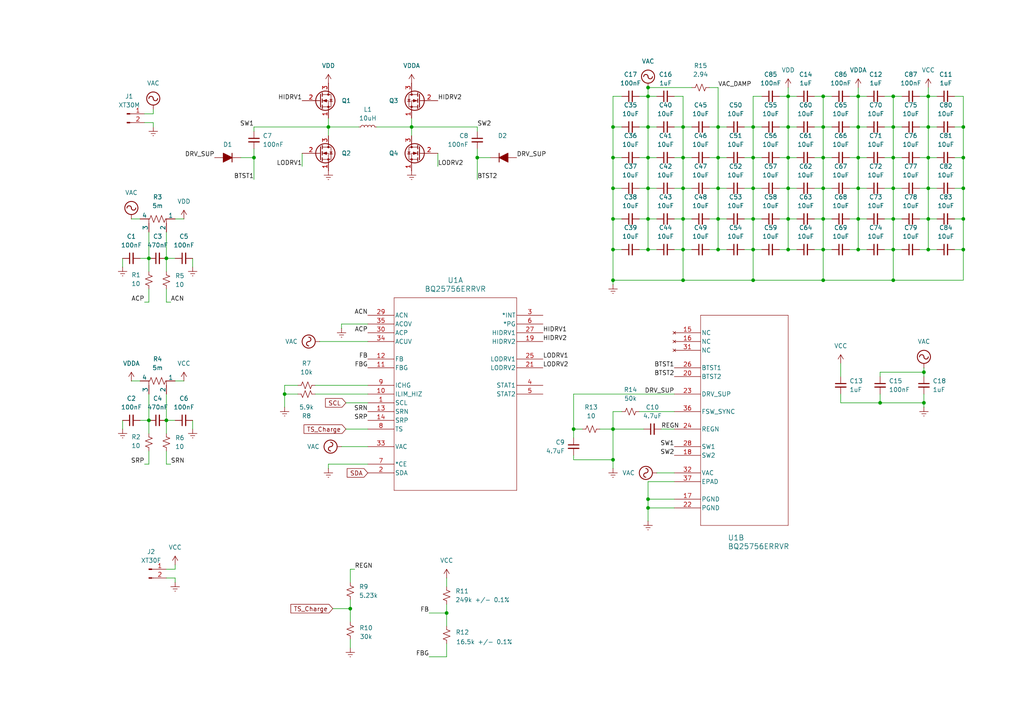
<source format=kicad_sch>
(kicad_sch (version 20250114) (generator "eeschema") (generator_version "9.0")
  (paper "A4")
  (junction (at 218.44 81.28))
  (junction (at 238.76 63.5))
  (junction (at 198.12 54.61))
  (junction (at 187.96 45.72))
  (junction (at 255.27 116.84))
  (junction (at 198.12 36.83))
  (junction (at 248.92 72.39))
  (junction (at 208.28 45.72))
  (junction (at 82.55 114.3))
  (junction (at 218.44 72.39))
  (junction (at 166.37 124.46))
  (junction (at 119.38 36.83))
  (junction (at 187.96 27.94))
  (junction (at 259.08 81.28))
  (junction (at 269.24 72.39))
  (junction (at 228.6 45.72))
  (junction (at 269.24 27.94))
  (junction (at 177.8 36.83))
  (junction (at 248.92 63.5))
  (junction (at 177.8 133.35))
  (junction (at 228.6 63.5))
  (junction (at 269.24 54.61))
  (junction (at 279.4 63.5))
  (junction (at 95.25 36.83))
  (junction (at 218.44 54.61))
  (junction (at 198.12 63.5))
  (junction (at 177.8 54.61))
  (junction (at 279.4 45.72))
  (junction (at 269.24 36.83))
  (junction (at 279.4 72.39))
  (junction (at 238.76 81.28))
  (junction (at 228.6 72.39))
  (junction (at 267.97 107.95))
  (junction (at 187.96 54.61))
  (junction (at 198.12 45.72))
  (junction (at 187.96 25.4))
  (junction (at 269.24 63.5))
  (junction (at 208.28 36.83))
  (junction (at 177.8 63.5))
  (junction (at 279.4 36.83))
  (junction (at 259.08 63.5))
  (junction (at 138.43 45.72))
  (junction (at 218.44 45.72))
  (junction (at 187.96 63.5))
  (junction (at 48.26 121.92))
  (junction (at 259.08 72.39))
  (junction (at 129.54 177.8))
  (junction (at 259.08 27.94))
  (junction (at 238.76 27.94))
  (junction (at 218.44 63.5))
  (junction (at 208.28 72.39))
  (junction (at 73.66 45.72))
  (junction (at 269.24 45.72))
  (junction (at 248.92 27.94))
  (junction (at 238.76 36.83))
  (junction (at 267.97 116.84))
  (junction (at 198.12 81.28))
  (junction (at 187.96 147.32))
  (junction (at 259.08 45.72))
  (junction (at 198.12 72.39))
  (junction (at 248.92 45.72))
  (junction (at 177.8 81.28))
  (junction (at 48.26 74.93))
  (junction (at 177.8 45.72))
  (junction (at 187.96 144.78))
  (junction (at 208.28 54.61))
  (junction (at 187.96 72.39))
  (junction (at 43.18 121.92))
  (junction (at 248.92 54.61))
  (junction (at 259.08 54.61))
  (junction (at 259.08 36.83))
  (junction (at 228.6 27.94))
  (junction (at 208.28 63.5))
  (junction (at 177.8 124.46))
  (junction (at 101.6 176.53))
  (junction (at 238.76 54.61))
  (junction (at 177.8 72.39))
  (junction (at 238.76 45.72))
  (junction (at 238.76 72.39))
  (junction (at 43.18 74.93))
  (junction (at 248.92 36.83))
  (junction (at 228.6 36.83))
  (junction (at 187.96 36.83))
  (junction (at 218.44 36.83))
  (junction (at 279.4 54.61))
  (junction (at 228.6 54.61))
  (wire (pts (xy 177.8 63.5) (xy 177.8 72.39)))
  (wire (pts (xy 198.12 72.39) (xy 195.58 72.39)))
  (wire (pts (xy 100.33 116.84) (xy 106.68 116.84)))
  (wire (pts (xy 198.12 54.61) (xy 200.66 54.61)))
  (wire (pts (xy 259.08 63.5) (xy 259.08 72.39)))
  (wire (pts (xy 208.28 63.5) (xy 205.74 63.5)))
  (wire (pts (xy 195.58 54.61) (xy 198.12 54.61)))
  (wire (pts (xy 177.8 45.72) (xy 177.8 54.61)))
  (wire (pts (xy 41.91 134.62) (xy 43.18 134.62)))
  (wire (pts (xy 208.28 45.72) (xy 205.74 45.72)))
  (wire (pts (xy 187.96 144.78) (xy 187.96 139.7)))
  (wire (pts (xy 228.6 63.5) (xy 226.06 63.5)))
  (wire (pts (xy 177.8 27.94) (xy 177.8 36.83)))
  (wire (pts (xy 44.45 33.02) (xy 44.45 31.75)))
  (wire (pts (xy 187.96 72.39) (xy 190.5 72.39)))
  (wire (pts (xy 48.26 114.3) (xy 48.26 121.92)))
  (wire (pts (xy 279.4 27.94) (xy 276.86 27.94)))
  (wire (pts (xy 279.4 54.61) (xy 279.4 63.5)))
  (wire (pts (xy 73.66 38.1) (xy 73.66 36.83)))
  (wire (pts (xy 198.12 81.28) (xy 218.44 81.28)))
  (wire (pts (xy 48.26 83.82) (xy 48.26 87.63)))
  (wire (pts (xy 35.56 121.92) (xy 35.56 124.46)))
  (wire (pts (xy 238.76 72.39) (xy 236.22 72.39)))
  (wire (pts (xy 48.26 74.93) (xy 50.8 74.93)))
  (wire (pts (xy 259.08 63.5) (xy 261.62 63.5)))
  (wire (pts (xy 243.84 116.84) (xy 255.27 116.84)))
  (wire (pts (xy 95.25 134.62) (xy 106.68 134.62)))
  (wire (pts (xy 269.24 63.5) (xy 269.24 72.39)))
  (wire (pts (xy 208.28 72.39) (xy 205.74 72.39)))
  (wire (pts (xy 180.34 27.94) (xy 177.8 27.94)))
  (wire (pts (xy 198.12 45.72) (xy 198.12 54.61)))
  (wire (pts (xy 187.96 72.39) (xy 185.42 72.39)))
  (wire (pts (xy 279.4 36.83) (xy 279.4 45.72)))
  (wire (pts (xy 95.25 36.83) (xy 95.25 39.37)))
  (wire (pts (xy 228.6 54.61) (xy 231.14 54.61)))
  (wire (pts (xy 95.25 34.29) (xy 95.25 36.83)))
  (wire (pts (xy 73.66 36.83) (xy 95.25 36.83)))
  (wire (pts (xy 91.44 111.76) (xy 106.68 111.76)))
  (wire (pts (xy 238.76 63.5) (xy 241.3 63.5)))
  (wire (pts (xy 50.8 167.64) (xy 48.26 167.64)))
  (wire (pts (xy 259.08 36.83) (xy 259.08 45.72)))
  (wire (pts (xy 129.54 177.8) (xy 129.54 181.61)))
  (wire (pts (xy 198.12 72.39) (xy 200.66 72.39)))
  (wire (pts (xy 238.76 36.83) (xy 241.3 36.83)))
  (wire (pts (xy 208.28 63.5) (xy 210.82 63.5)))
  (wire (pts (xy 236.22 27.94) (xy 238.76 27.94)))
  (wire (pts (xy 198.12 45.72) (xy 195.58 45.72)))
  (wire (pts (xy 190.5 137.16) (xy 195.58 137.16)))
  (wire (pts (xy 218.44 45.72) (xy 220.98 45.72)))
  (wire (pts (xy 138.43 45.72) (xy 138.43 43.18)))
  (wire (pts (xy 269.24 63.5) (xy 266.7 63.5)))
  (wire (pts (xy 208.28 45.72) (xy 210.82 45.72)))
  (wire (pts (xy 198.12 36.83) (xy 195.58 36.83)))
  (wire (pts (xy 238.76 36.83) (xy 238.76 45.72)))
  (wire (pts (xy 50.8 165.1) (xy 50.8 163.83)))
  (wire (pts (xy 267.97 107.95) (xy 267.97 109.22)))
  (wire (pts (xy 208.28 36.83) (xy 205.74 36.83)))
  (wire (pts (xy 208.28 63.5) (xy 208.28 72.39)))
  (wire (pts (xy 177.8 54.61) (xy 177.8 63.5)))
  (wire (pts (xy 246.38 27.94) (xy 248.92 27.94)))
  (wire (pts (xy 269.24 45.72) (xy 271.78 45.72)))
  (wire (pts (xy 95.25 36.83) (xy 104.14 36.83)))
  (wire (pts (xy 177.8 54.61) (xy 180.34 54.61)))
  (wire (pts (xy 119.38 36.83) (xy 119.38 39.37)))
  (wire (pts (xy 48.26 130.81) (xy 48.26 134.62)))
  (wire (pts (xy 208.28 45.72) (xy 208.28 54.61)))
  (wire (pts (xy 138.43 45.72) (xy 142.24 45.72)))
  (wire (pts (xy 177.8 36.83) (xy 177.8 45.72)))
  (wire (pts (xy 101.6 173.99) (xy 101.6 176.53)))
  (wire (pts (xy 215.9 63.5) (xy 218.44 63.5)))
  (wire (pts (xy 129.54 167.64) (xy 129.54 170.18)))
  (wire (pts (xy 218.44 72.39) (xy 218.44 81.28)))
  (wire (pts (xy 43.18 67.31) (xy 43.18 74.93)))
  (wire (pts (xy 228.6 36.83) (xy 231.14 36.83)))
  (wire (pts (xy 129.54 175.26) (xy 129.54 177.8)))
  (wire (pts (xy 208.28 36.83) (xy 210.82 36.83)))
  (wire (pts (xy 185.42 119.38) (xy 195.58 119.38)))
  (wire (pts (xy 248.92 45.72) (xy 248.92 54.61)))
  (wire (pts (xy 208.28 54.61) (xy 210.82 54.61)))
  (wire (pts (xy 198.12 45.72) (xy 200.66 45.72)))
  (wire (pts (xy 259.08 81.28) (xy 279.4 81.28)))
  (wire (pts (xy 269.24 36.83) (xy 266.7 36.83)))
  (wire (pts (xy 248.92 54.61) (xy 251.46 54.61)))
  (wire (pts (xy 187.96 54.61) (xy 187.96 63.5)))
  (wire (pts (xy 255.27 116.84) (xy 267.97 116.84)))
  (wire (pts (xy 101.6 165.1) (xy 101.6 168.91)))
  (wire (pts (xy 269.24 54.61) (xy 266.7 54.61)))
  (wire (pts (xy 195.58 27.94) (xy 198.12 27.94)))
  (wire (pts (xy 238.76 45.72) (xy 238.76 54.61)))
  (wire (pts (xy 48.26 87.63) (xy 49.53 87.63)))
  (wire (pts (xy 259.08 36.83) (xy 256.54 36.83)))
  (wire (pts (xy 218.44 63.5) (xy 220.98 63.5)))
  (wire (pts (xy 248.92 72.39) (xy 246.38 72.39)))
  (wire (pts (xy 256.54 72.39) (xy 259.08 72.39)))
  (wire (pts (xy 269.24 72.39) (xy 271.78 72.39)))
  (wire (pts (xy 267.97 106.68) (xy 267.97 107.95)))
  (wire (pts (xy 50.8 110.49) (xy 53.34 110.49)))
  (wire (pts (xy 238.76 72.39) (xy 238.76 81.28)))
  (wire (pts (xy 187.96 147.32) (xy 195.58 147.32)))
  (wire (pts (xy 267.97 114.3) (xy 267.97 116.84)))
  (wire (pts (xy 228.6 45.72) (xy 231.14 45.72)))
  (wire (pts (xy 236.22 36.83) (xy 238.76 36.83)))
  (wire (pts (xy 259.08 54.61) (xy 259.08 63.5)))
  (wire (pts (xy 238.76 54.61) (xy 241.3 54.61)))
  (wire (pts (xy 238.76 45.72) (xy 241.3 45.72)))
  (wire (pts (xy 99.06 95.25) (xy 99.06 93.98)))
  (wire (pts (xy 195.58 63.5) (xy 198.12 63.5)))
  (wire (pts (xy 269.24 27.94) (xy 269.24 36.83)))
  (wire (pts (xy 55.88 121.92) (xy 55.88 124.46)))
  (wire (pts (xy 210.82 72.39) (xy 208.28 72.39)))
  (wire (pts (xy 228.6 27.94) (xy 228.6 36.83)))
  (wire (pts (xy 101.6 176.53) (xy 96.52 176.53)))
  (wire (pts (xy 119.38 36.83) (xy 109.22 36.83)))
  (wire (pts (xy 187.96 36.83) (xy 190.5 36.83)))
  (wire (pts (xy 187.96 147.32) (xy 187.96 144.78)))
  (wire (pts (xy 279.4 72.39) (xy 276.86 72.39)))
  (wire (pts (xy 259.08 72.39) (xy 259.08 81.28)))
  (wire (pts (xy 279.4 63.5) (xy 276.86 63.5)))
  (wire (pts (xy 43.18 74.93) (xy 43.18 78.74)))
  (wire (pts (xy 228.6 45.72) (xy 226.06 45.72)))
  (wire (pts (xy 129.54 190.5) (xy 129.54 186.69)))
  (wire (pts (xy 259.08 72.39) (xy 261.62 72.39)))
  (wire (pts (xy 261.62 27.94) (xy 259.08 27.94)))
  (wire (pts (xy 198.12 27.94) (xy 198.12 36.83)))
  (wire (pts (xy 99.06 93.98) (xy 106.68 93.98)))
  (wire (pts (xy 82.55 118.11) (xy 82.55 114.3)))
  (wire (pts (xy 267.97 116.84) (xy 267.97 118.11)))
  (wire (pts (xy 269.24 45.72) (xy 266.7 45.72)))
  (wire (pts (xy 238.76 54.61) (xy 238.76 63.5)))
  (wire (pts (xy 218.44 72.39) (xy 215.9 72.39)))
  (wire (pts (xy 92.71 99.06) (xy 106.68 99.06)))
  (wire (pts (xy 187.96 25.4) (xy 200.66 25.4)))
  (wire (pts (xy 269.24 45.72) (xy 269.24 54.61)))
  (wire (pts (xy 251.46 72.39) (xy 248.92 72.39)))
  (wire (pts (xy 256.54 45.72) (xy 259.08 45.72)))
  (wire (pts (xy 43.18 114.3) (xy 43.18 121.92)))
  (wire (pts (xy 215.9 36.83) (xy 218.44 36.83)))
  (wire (pts (xy 218.44 54.61) (xy 215.9 54.61)))
  (wire (pts (xy 259.08 54.61) (xy 261.62 54.61)))
  (wire (pts (xy 48.26 121.92) (xy 50.8 121.92)))
  (wire (pts (xy 91.44 114.3) (xy 106.68 114.3)))
  (wire (pts (xy 218.44 36.83) (xy 218.44 45.72)))
  (wire (pts (xy 87.63 48.26) (xy 87.63 44.45)))
  (wire (pts (xy 208.28 25.4) (xy 205.74 25.4)))
  (wire (pts (xy 100.33 124.46) (xy 106.68 124.46)))
  (wire (pts (xy 168.91 124.46) (xy 166.37 124.46)))
  (wire (pts (xy 173.99 124.46) (xy 177.8 124.46)))
  (wire (pts (xy 177.8 36.83) (xy 180.34 36.83)))
  (wire (pts (xy 187.96 36.83) (xy 185.42 36.83)))
  (wire (pts (xy 101.6 185.42) (xy 101.6 187.96)))
  (wire (pts (xy 218.44 81.28) (xy 238.76 81.28)))
  (wire (pts (xy 238.76 81.28) (xy 259.08 81.28)))
  (wire (pts (xy 218.44 63.5) (xy 218.44 72.39)))
  (wire (pts (xy 124.46 190.5) (xy 129.54 190.5)))
  (wire (pts (xy 187.96 63.5) (xy 190.5 63.5)))
  (wire (pts (xy 243.84 114.3) (xy 243.84 116.84)))
  (wire (pts (xy 177.8 135.89) (xy 177.8 133.35)))
  (wire (pts (xy 269.24 54.61) (xy 269.24 63.5)))
  (wire (pts (xy 73.66 45.72) (xy 69.85 45.72)))
  (wire (pts (xy 259.08 27.94) (xy 259.08 36.83)))
  (wire (pts (xy 102.87 165.1) (xy 101.6 165.1)))
  (wire (pts (xy 228.6 72.39) (xy 226.06 72.39)))
  (wire (pts (xy 279.4 54.61) (xy 276.86 54.61)))
  (wire (pts (xy 248.92 54.61) (xy 248.92 63.5)))
  (wire (pts (xy 138.43 52.07) (xy 138.43 45.72)))
  (wire (pts (xy 48.26 134.62) (xy 49.53 134.62)))
  (wire (pts (xy 187.96 36.83) (xy 187.96 45.72)))
  (wire (pts (xy 82.55 111.76) (xy 82.55 114.3)))
  (wire (pts (xy 166.37 133.35) (xy 177.8 133.35)))
  (wire (pts (xy 269.24 25.4) (xy 269.24 27.94)))
  (wire (pts (xy 187.96 54.61) (xy 185.42 54.61)))
  (wire (pts (xy 187.96 151.13) (xy 187.96 147.32)))
  (wire (pts (xy 44.45 35.56) (xy 41.91 35.56)))
  (wire (pts (xy 124.46 177.8) (xy 129.54 177.8)))
  (wire (pts (xy 248.92 45.72) (xy 251.46 45.72)))
  (wire (pts (xy 255.27 107.95) (xy 267.97 107.95)))
  (wire (pts (xy 40.64 74.93) (xy 43.18 74.93)))
  (wire (pts (xy 41.91 33.02) (xy 44.45 33.02)))
  (wire (pts (xy 248.92 25.4) (xy 248.92 27.94)))
  (wire (pts (xy 44.45 36.83) (xy 44.45 35.56)))
  (wire (pts (xy 228.6 63.5) (xy 228.6 72.39)))
  (wire (pts (xy 187.96 25.4) (xy 187.96 27.94)))
  (wire (pts (xy 279.4 63.5) (xy 279.4 72.39)))
  (wire (pts (xy 73.66 45.72) (xy 73.66 52.07)))
  (wire (pts (xy 259.08 45.72) (xy 259.08 54.61)))
  (wire (pts (xy 82.55 114.3) (xy 86.36 114.3)))
  (wire (pts (xy 138.43 38.1) (xy 138.43 36.83)))
  (wire (pts (xy 185.42 27.94) (xy 187.96 27.94)))
  (wire (pts (xy 55.88 74.93) (xy 55.88 77.47)))
  (wire (pts (xy 101.6 180.34) (xy 101.6 176.53)))
  (wire (pts (xy 198.12 72.39) (xy 198.12 81.28)))
  (wire (pts (xy 48.26 121.92) (xy 48.26 125.73)))
  (wire (pts (xy 187.96 54.61) (xy 190.5 54.61)))
  (wire (pts (xy 198.12 54.61) (xy 198.12 63.5)))
  (wire (pts (xy 228.6 27.94) (xy 231.14 27.94)))
  (wire (pts (xy 269.24 63.5) (xy 271.78 63.5)))
  (wire (pts (xy 48.26 74.93) (xy 48.26 78.74)))
  (wire (pts (xy 218.44 45.72) (xy 218.44 54.61)))
  (wire (pts (xy 187.96 63.5) (xy 185.42 63.5)))
  (wire (pts (xy 191.77 124.46) (xy 195.58 124.46)))
  (wire (pts (xy 255.27 109.22) (xy 255.27 107.95)))
  (wire (pts (xy 177.8 82.55) (xy 177.8 81.28)))
  (wire (pts (xy 86.36 111.76) (xy 82.55 111.76)))
  (wire (pts (xy 208.28 54.61) (xy 208.28 63.5)))
  (wire (pts (xy 248.92 36.83) (xy 251.46 36.83)))
  (wire (pts (xy 248.92 27.94) (xy 248.92 36.83)))
  (wire (pts (xy 248.92 63.5) (xy 248.92 72.39)))
  (wire (pts (xy 35.56 74.93) (xy 35.56 77.47)))
  (wire (pts (xy 127 48.26) (xy 127 44.45)))
  (wire (pts (xy 259.08 36.83) (xy 261.62 36.83)))
  (wire (pts (xy 269.24 54.61) (xy 271.78 54.61)))
  (wire (pts (xy 228.6 63.5) (xy 231.14 63.5)))
  (wire (pts (xy 279.4 45.72) (xy 279.4 54.61)))
  (wire (pts (xy 248.92 36.83) (xy 246.38 36.83)))
  (wire (pts (xy 269.24 36.83) (xy 269.24 45.72)))
  (wire (pts (xy 177.8 45.72) (xy 180.34 45.72)))
  (wire (pts (xy 208.28 54.61) (xy 205.74 54.61)))
  (wire (pts (xy 208.28 25.4) (xy 208.28 36.83)))
  (wire (pts (xy 243.84 105.41) (xy 243.84 109.22)))
  (wire (pts (xy 177.8 124.46) (xy 186.69 124.46)))
  (wire (pts (xy 259.08 54.61) (xy 256.54 54.61)))
  (wire (pts (xy 187.96 27.94) (xy 190.5 27.94)))
  (wire (pts (xy 218.44 54.61) (xy 218.44 63.5)))
  (wire (pts (xy 187.96 27.94) (xy 187.96 36.83)))
  (wire (pts (xy 228.6 72.39) (xy 231.14 72.39)))
  (wire (pts (xy 248.92 63.5) (xy 251.46 63.5)))
  (wire (pts (xy 248.92 45.72) (xy 246.38 45.72)))
  (wire (pts (xy 50.8 168.91) (xy 50.8 167.64)))
  (wire (pts (xy 248.92 54.61) (xy 246.38 54.61)))
  (wire (pts (xy 198.12 63.5) (xy 198.12 72.39)))
  (wire (pts (xy 238.76 63.5) (xy 238.76 72.39)))
  (wire (pts (xy 187.96 63.5) (xy 187.96 72.39)))
  (wire (pts (xy 73.66 43.18) (xy 73.66 45.72)))
  (wire (pts (xy 43.18 87.63) (xy 43.18 83.82)))
  (wire (pts (xy 138.43 36.83) (xy 119.38 36.83)))
  (wire (pts (xy 187.96 144.78) (xy 195.58 144.78)))
  (wire (pts (xy 228.6 25.4) (xy 228.6 27.94)))
  (wire (pts (xy 180.34 119.38) (xy 177.8 119.38)))
  (wire (pts (xy 43.18 134.62) (xy 43.18 130.81)))
  (wire (pts (xy 195.58 114.3) (xy 166.37 114.3)))
  (wire (pts (xy 48.26 67.31) (xy 48.26 74.93)))
  (wire (pts (xy 38.1 110.49) (xy 40.64 110.49)))
  (wire (pts (xy 236.22 45.72) (xy 238.76 45.72)))
  (wire (pts (xy 177.8 133.35) (xy 177.8 124.46)))
  (wire (pts (xy 95.25 135.89) (xy 95.25 134.62)))
  (wire (pts (xy 177.8 81.28) (xy 198.12 81.28)))
  (wire (pts (xy 208.28 36.83) (xy 208.28 45.72)))
  (wire (pts (xy 256.54 27.94) (xy 259.08 27.94)))
  (wire (pts (xy 198.12 63.5) (xy 200.66 63.5)))
  (wire (pts (xy 255.27 114.3) (xy 255.27 116.84)))
  (wire (pts (xy 187.96 45.72) (xy 187.96 54.61)))
  (wire (pts (xy 218.44 54.61) (xy 220.98 54.61)))
  (wire (pts (xy 279.4 36.83) (xy 279.4 27.94)))
  (wire (pts (xy 248.92 63.5) (xy 246.38 63.5)))
  (wire (pts (xy 177.8 63.5) (xy 180.34 63.5)))
  (wire (pts (xy 236.22 54.61) (xy 238.76 54.61)))
  (wire (pts (xy 238.76 27.94) (xy 241.3 27.94)))
  (wire (pts (xy 99.06 129.54) (xy 106.68 129.54)))
  (wire (pts (xy 269.24 36.83) (xy 271.78 36.83)))
  (wire (pts (xy 279.4 72.39) (xy 279.4 81.28)))
  (wire (pts (xy 218.44 72.39) (xy 220.98 72.39)))
  (wire (pts (xy 279.4 45.72) (xy 276.86 45.72)))
  (wire (pts (xy 236.22 63.5) (xy 238.76 63.5)))
  (wire (pts (xy 119.38 34.29) (xy 119.38 36.83)))
  (wire (pts (xy 198.12 36.83) (xy 200.66 36.83)))
  (wire (pts (xy 228.6 54.61) (xy 226.06 54.61)))
  (wire (pts (xy 166.37 132.08) (xy 166.37 133.35)))
  (wire (pts (xy 266.7 27.94) (xy 269.24 27.94)))
  (wire (pts (xy 269.24 27.94) (xy 271.78 27.94)))
  (wire (pts (xy 40.64 121.92) (xy 43.18 121.92)))
  (wire (pts (xy 218.44 27.94) (xy 218.44 36.83)))
  (wire (pts (xy 259.08 45.72) (xy 261.62 45.72)))
  (wire (pts (xy 41.91 87.63) (xy 43.18 87.63)))
  (wire (pts (xy 166.37 124.46) (xy 166.37 127)))
  (wire (pts (xy 228.6 54.61) (xy 228.6 63.5)))
  (wire (pts (xy 177.8 119.38) (xy 177.8 124.46)))
  (wire (pts (xy 228.6 45.72) (xy 228.6 54.61)))
  (wire (pts (xy 269.24 72.39) (xy 266.7 72.39)))
  (wire (pts (xy 187.96 45.72) (xy 185.42 45.72)))
  (wire (pts (xy 177.8 72.39) (xy 177.8 81.28)))
  (wire (pts (xy 187.96 139.7) (xy 195.58 139.7)))
  (wire (pts (xy 279.4 36.83) (xy 276.86 36.83)))
  (wire (pts (xy 248.92 27.94) (xy 251.46 27.94)))
  (wire (pts (xy 228.6 36.83) (xy 226.06 36.83)))
  (wire (pts (xy 215.9 45.72) (xy 218.44 45.72)))
  (wire (pts (xy 198.12 36.83) (xy 198.12 45.72)))
  (wire (pts (xy 177.8 72.39) (xy 180.34 72.39)))
  (wire (pts (xy 220.98 27.94) (xy 218.44 27.94)))
  (wire (pts (xy 166.37 114.3) (xy 166.37 124.46)))
  (wire (pts (xy 238.76 27.94) (xy 238.76 36.83)))
  (wire (pts (xy 226.06 27.94) (xy 228.6 27.94)))
  (wire (pts (xy 38.1 63.5) (xy 40.64 63.5)))
  (wire (pts (xy 187.96 45.72) (xy 190.5 45.72)))
  (wire (pts (xy 238.76 72.39) (xy 241.3 72.39)))
  (wire (pts (xy 259.08 63.5) (xy 256.54 63.5)))
  (wire (pts (xy 248.92 36.83) (xy 248.92 45.72)))
  (wire (pts (xy 50.8 63.5) (xy 53.34 63.5)))
  (wire (pts (xy 43.18 121.92) (xy 43.18 125.73)))
  (wire (pts (xy 218.44 36.83) (xy 220.98 36.83)))
  (wire (pts (xy 48.26 165.1) (xy 50.8 165.1)))
  (wire (pts (xy 228.6 36.83) (xy 228.6 45.72)))
  (label "BTST2" (at 138.43 52.07 0))
  (label "ACP" (at 41.91 87.63 180))
  (label "SRN" (at 49.53 134.62 0))
  (label "ACP" (at 106.68 96.52 180))
  (label "DRV_SUP" (at 149.86 45.72 0))
  (label "BTST1" (at 73.66 52.07 180))
  (label "SW1" (at 195.58 129.54 180))
  (label "DRV_SUP" (at 62.23 45.72 180))
  (label "LODRV2" (at 157.48 106.68 0))
  (label "SW1" (at 73.66 36.83 180))
  (label "REGN" (at 191.77 124.46 0))
  (label "SRP" (at 41.91 134.62 180))
  (label "SRP" (at 106.68 121.92 180))
  (label "HIDRV2" (at 157.48 99.06 0))
  (label "LODRV1" (at 87.63 48.26 180))
  (label "HIDRV1" (at 87.63 29.21 180))
  (label "FB" (at 106.68 104.14 180))
  (label "HIDRV2" (at 127 29.21 0))
  (label "FBG" (at 106.68 106.68 180))
  (label "SRN" (at 106.68 119.38 180))
  (label "LODRV1" (at 157.48 104.14 0))
  (label "FB" (at 124.46 177.8 180))
  (label "SW2" (at 195.58 132.08 180))
  (label "SW2" (at 138.43 36.83 0))
  (label "ACN" (at 106.68 91.44 180))
  (label "HIDRV1" (at 157.48 96.52 0))
  (label "REGN" (at 102.87 165.1 0))
  (label "BTST2" (at 195.58 109.22 180))
  (label "LODRV2" (at 127 48.26 0))
  (label "BTST1" (at 195.58 106.68 180))
  (label "DRV_SUP" (at 195.58 114.3 180))
  (label "VAC_DAMP" (at 208.28 25.4 0))
  (label "ACN" (at 49.53 87.63 0))
  (label "FBG" (at 124.46 190.5 180))
  (global_label "TS_Charge" (shape input) (at 100.33 124.46 180) (property "Intersheetrefs" "${INTERSHEET_REFS}" (effects (hide yes))))
  (global_label "TS_Charge" (shape input) (at 96.52 176.53 180) (property "Intersheetrefs" "${INTERSHEET_REFS}" (effects (hide yes))))
  (global_label "SCL" (shape input) (at 100.33 116.84 180) (property "Intersheetrefs" "${INTERSHEET_REFS}" (effects (hide yes))))
  (global_label "SDA" (shape input) (at 106.68 137.16 180) (property "Intersheetrefs" "${INTERSHEET_REFS}" (effects (hide yes))))
  (symbol (lib_id "Device:R_Small_US") (at 171.45 124.46 270) (unit 1)
    (property "Reference" "R13" (at 171.45 118.11 90))
    (property "Value" "10" (at 171.45 120.65 90))
    (property "Footprint" "cyberec:R_0603_1608Metric_Pad0.98x0.95mm_HandSolder" (effects (hide yes)))
    (property "Description" "Resistor, small US symbol" (effects (hide yes)))
  )
  (symbol (lib_id "Device:C_Small") (at 182.88 36.83 90) (unit 1)
    (property "Reference" "C35" (at 182.8863 30.48 90))
    (property "Value" "10uF" (at 182.8863 33.02 90))
    (property "Footprint" "cyberec:C_1206_3216Metric_Pad1.33x1.80mm_HandSolder" (effects (hide yes)))
    (property "Description" "Unpolarized capacitor, small symbol" (effects (hide yes)))
  )
  (symbol (lib_id "power:VAC") (at 44.45 31.75 0) (unit 1)
    (property "Reference" "#PWR05" (effects (hide yes)))
    (property "Value" "VAC" (at 44.45 24.13 0))
    (property "Description" "Power symbol creates a global label with name \"VAC\"" (effects (hide yes)))
  )
  (symbol (lib_id "Device:C_Small") (at 203.2 54.61 90) (unit 1)
    (property "Reference" "C47" (at 203.2063 48.26 90))
    (property "Value" "10uF" (at 203.2063 50.8 90))
    (property "Footprint" "cyberec:C_1206_3216Metric_Pad1.33x1.80mm_HandSolder" (effects (hide yes)))
    (property "Description" "Unpolarized capacitor, small symbol" (effects (hide yes)))
  )
  (symbol (lib_id "power:Earth") (at 55.88 124.46 0) (unit 1)
    (property "Reference" "#PWR012" (effects (hide yes)))
    (property "Value" "Earth" (effects (hide yes)))
    (property "Description" "Power symbol creates a global label with name \"Earth\"" (effects (hide yes)))
  )
  (symbol (lib_id "Device:C_Small") (at 38.1 121.92 90) (unit 1)
    (property "Reference" "C2" (at 38.1063 115.57 90))
    (property "Value" "100nF" (at 38.1063 118.11 90))
    (property "Footprint" "cyberec:C_0603_1608Metric_Pad1.08x0.95mm_HandSolder" (effects (hide yes)))
    (property "Description" "Unpolarized capacitor, small symbol" (effects (hide yes)))
  )
  (symbol (lib_id "Device:C_Small") (at 274.32 54.61 90) (unit 1)
    (property "Reference" "C82" (at 274.3263 48.26 90))
    (property "Value" "10uF" (at 274.3263 50.8 90))
    (property "Footprint" "cyberec:C_1206_3216Metric_Pad1.33x1.80mm_HandSolder" (effects (hide yes)))
    (property "Description" "Unpolarized capacitor, small symbol" (effects (hide yes)))
  )
  (symbol (lib_id "Device:C_Small") (at 233.68 54.61 90) (unit 1)
    (property "Reference" "C62" (at 233.6863 48.26 90))
    (property "Value" "10uF" (at 233.6863 50.8 90))
    (property "Footprint" "cyberec:C_1206_3216Metric_Pad1.33x1.80mm_HandSolder" (effects (hide yes)))
    (property "Description" "Unpolarized capacitor, small symbol" (effects (hide yes)))
  )
  (symbol (lib_id "Device:C_Small") (at 182.88 54.61 90) (unit 1)
    (property "Reference" "C37" (at 182.8863 48.26 90))
    (property "Value" "10uF" (at 182.8863 50.8 90))
    (property "Footprint" "cyberec:C_1206_3216Metric_Pad1.33x1.80mm_HandSolder" (effects (hide yes)))
    (property "Description" "Unpolarized capacitor, small symbol" (effects (hide yes)))
  )
  (symbol (lib_id "Device:C_Small") (at 243.84 54.61 90) (unit 1)
    (property "Reference" "C67" (at 243.8463 48.26 90))
    (property "Value" "10uF" (at 243.8463 50.8 90))
    (property "Footprint" "cyberec:C_1206_3216Metric_Pad1.33x1.80mm_HandSolder" (effects (hide yes)))
    (property "Description" "Unpolarized capacitor, small symbol" (effects (hide yes)))
  )
  (symbol (lib_id "Device:D_Filled") (at 66.04 45.72 180) (unit 1)
    (property "Reference" "D1" (at 66.04 41.91 0))
    (property "Value" "PMEG2010BELD" (effects (hide yes)))
    (property "Footprint" "cyberec:D_SOD-882D" (effects (hide yes)))
    (property "Description" "Diode, filled shape" (effects (hide yes)))
    (property "Sim.Device" "D" (effects (hide yes)))
    (property "Sim.Pins" "1=K 2=A" (effects (hide yes)))
  )
  (symbol (lib_id "Device:C_Small") (at 203.2 63.5 90) (unit 1)
    (property "Reference" "C48" (at 203.2063 57.15 90))
    (property "Value" "10uF" (at 203.2063 59.69 90))
    (property "Footprint" "cyberec:C_1206_3216Metric_Pad1.33x1.80mm_HandSolder" (effects (hide yes)))
    (property "Description" "Unpolarized capacitor, small symbol" (effects (hide yes)))
  )
  (symbol (lib_id "Device:C_Small") (at 274.32 36.83 90) (unit 1)
    (property "Reference" "C80" (at 274.3263 30.48 90))
    (property "Value" "10uF" (at 274.3263 33.02 90))
    (property "Footprint" "cyberec:C_1206_3216Metric_Pad1.33x1.80mm_HandSolder" (effects (hide yes)))
    (property "Description" "Unpolarized capacitor, small symbol" (effects (hide yes)))
  )
  (symbol (lib_id "Device:C_Small") (at 73.66 40.64 0) (unit 1)
    (property "Reference" "C7" (at 76.2 39.3762 0) (effects (justify left)))
    (property "Value" "100nF" (at 76.2 41.9162 0) (effects (justify left)))
    (property "Footprint" "cyberec:C_0603_1608Metric_Pad1.08x0.95mm_HandSolder" (effects (hide yes)))
    (property "Description" "Unpolarized capacitor, small symbol" (effects (hide yes)))
  )
  (symbol (lib_id "Device:R_Small_US") (at 43.18 81.28 180) (unit 1)
    (property "Reference" "R1" (at 38.1 79.756 0) (effects (justify right)))
    (property "Value" "10" (at 38.1 82.296 0) (effects (justify right)))
    (property "Footprint" "cyberec:R_0603_1608Metric_Pad0.98x0.95mm_HandSolder" (effects (hide yes)))
    (property "Description" "Resistor, small US symbol" (effects (hide yes)))
  )
  (symbol (lib_id "power:Earth") (at 95.25 49.53 0) (unit 1)
    (property "Reference" "#PWR020" (effects (hide yes)))
    (property "Value" "Earth" (effects (hide yes)))
    (property "Description" "Power symbol creates a global label with name \"Earth\"" (effects (hide yes)))
  )
  (symbol (lib_id "power:Earth") (at 82.55 118.11 0) (unit 1)
    (property "Reference" "#PWR013" (effects (hide yes)))
    (property "Value" "Earth" (effects (hide yes)))
    (property "Description" "Power symbol creates a global label with name \"Earth\"" (effects (hide yes)))
  )
  (symbol (lib_id "power:Earth") (at 267.97 118.11 0) (unit 1)
    (property "Reference" "#PWR034" (effects (hide yes)))
    (property "Value" "Earth" (effects (hide yes)))
    (property "Description" "Power symbol creates a global label with name \"Earth\"" (effects (hide yes)))
  )
  (symbol (lib_id "Device:C_Small") (at 223.52 72.39 90) (unit 1)
    (property "Reference" "C59" (at 223.5263 66.04 90))
    (property "Value" "10uF" (at 223.5263 68.58 90))
    (property "Footprint" "cyberec:C_1206_3216Metric_Pad1.33x1.80mm_HandSolder" (effects (hide yes)))
    (property "Description" "Unpolarized capacitor, small symbol" (effects (hide yes)))
  )
  (symbol (lib_id "Device:C_Small") (at 182.88 45.72 90) (unit 1)
    (property "Reference" "C36" (at 182.8863 39.37 90))
    (property "Value" "10uF" (at 182.8863 41.91 90))
    (property "Footprint" "cyberec:C_1206_3216Metric_Pad1.33x1.80mm_HandSolder" (effects (hide yes)))
    (property "Description" "Unpolarized capacitor, small symbol" (effects (hide yes)))
  )
  (symbol (lib_id "Device:C_Small") (at 213.36 54.61 90) (unit 1)
    (property "Reference" "C52" (at 213.3663 48.26 90))
    (property "Value" "10uF" (at 213.3663 50.8 90))
    (property "Footprint" "cyberec:C_1206_3216Metric_Pad1.33x1.80mm_HandSolder" (effects (hide yes)))
    (property "Description" "Unpolarized capacitor, small symbol" (effects (hide yes)))
  )
  (symbol (lib_id "Device:C_Small") (at 203.2 72.39 90) (unit 1)
    (property "Reference" "C49" (at 203.2063 66.04 90))
    (property "Value" "10uF" (at 203.2063 68.58 90))
    (property "Footprint" "cyberec:C_1206_3216Metric_Pad1.33x1.80mm_HandSolder" (effects (hide yes)))
    (property "Description" "Unpolarized capacitor, small symbol" (effects (hide yes)))
  )
  (symbol (lib_id "power:Earth") (at 177.8 82.55 0) (unit 1)
    (property "Reference" "#PWR061" (effects (hide yes)))
    (property "Value" "Earth" (effects (hide yes)))
    (property "Description" "Power symbol creates a global label with name \"Earth\"" (effects (hide yes)))
  )
  (symbol (lib_id "Device:C_Small") (at 274.32 27.94 90) (unit 1)
    (property "Reference" "C11" (at 274.3263 21.59 90))
    (property "Value" "1uF" (at 274.3263 24.13 90))
    (property "Footprint" "cyberec:C_0603_1608Metric_Pad1.08x0.95mm_HandSolder" (effects (hide yes)))
    (property "Description" "Unpolarized capacitor, small symbol" (effects (hide yes)))
  )
  (symbol (lib_id "Device:R_Small_US") (at 48.26 128.27 180) (unit 1)
    (property "Reference" "R6" (at 50.8 126.9999 0) (effects (justify right)))
    (property "Value" "10" (at 50.8 129.5399 0) (effects (justify right)))
    (property "Footprint" "cyberec:R_0603_1608Metric_Pad0.98x0.95mm_HandSolder" (effects (hide yes)))
    (property "Description" "Resistor, small US symbol" (effects (hide yes)))
  )
  (symbol (lib_id "Device:C_Small") (at 243.84 36.83 90) (unit 1)
    (property "Reference" "C65" (at 243.8463 30.48 90))
    (property "Value" "10uF" (at 243.8463 33.02 90))
    (property "Footprint" "cyberec:C_1206_3216Metric_Pad1.33x1.80mm_HandSolder" (effects (hide yes)))
    (property "Description" "Unpolarized capacitor, small symbol" (effects (hide yes)))
  )
  (symbol (lib_id "Device:C_Small") (at 166.37 129.54 0) (mirror y) (unit 1)
    (property "Reference" "C9" (at 163.83 128.2762 0) (effects (justify left)))
    (property "Value" "4.7uF" (at 163.83 130.8162 0) (effects (justify left)))
    (property "Footprint" "cyberec:C_0603_1608Metric_Pad1.08x0.95mm_HandSolder" (effects (hide yes)))
    (property "Description" "Unpolarized capacitor, small symbol" (effects (hide yes)))
  )
  (symbol (lib_id "Device:R_Small_US") (at 129.54 184.15 0) (unit 1)
    (property "Reference" "R12" (at 134.112 183.388 0))
    (property "Value" "16.5k +/- 0.1%" (at 140.462 186.182 0))
    (property "Footprint" "cyberec:R_0603_1608Metric_Pad0.98x0.95mm_HandSolder" (effects (hide yes)))
    (property "Description" "Resistor, small US symbol" (effects (hide yes)))
  )
  (symbol (lib_id "power:Earth") (at 99.06 95.25 0) (unit 1)
    (property "Reference" "#PWR016" (effects (hide yes)))
    (property "Value" "Earth" (effects (hide yes)))
    (property "Description" "Power symbol creates a global label with name \"Earth\"" (effects (hide yes)))
  )
  (symbol (lib_id "Device:C_Small") (at 243.84 27.94 90) (unit 1)
    (property "Reference" "C86" (at 243.8463 21.59 90))
    (property "Value" "100nF" (at 243.8463 24.13 90))
    (property "Footprint" "cyberec:C_0603_1608Metric_Pad1.08x0.95mm_HandSolder" (effects (hide yes)))
    (property "Description" "Unpolarized capacitor, small symbol" (effects (hide yes)))
  )
  (symbol (lib_id "power:VAC") (at 99.06 129.54 90) (unit 1)
    (property "Reference" "#PWR017" (effects (hide yes)))
    (property "Value" "VAC" (at 92.71 129.5399 90) (effects (justify left)))
    (property "Description" "Power symbol creates a global label with name \"VAC\"" (effects (hide yes)))
  )
  (symbol (lib_id "Device:C_Small") (at 254 45.72 90) (unit 1)
    (property "Reference" "C71" (at 254.0063 39.37 90))
    (property "Value" "10uF" (at 254.0063 41.91 90))
    (property "Footprint" "cyberec:C_1206_3216Metric_Pad1.33x1.80mm_HandSolder" (effects (hide yes)))
    (property "Description" "Unpolarized capacitor, small symbol" (effects (hide yes)))
  )
  (symbol (lib_id "Device:R_Small_US") (at 101.6 182.88 0) (unit 1)
    (property "Reference" "R10" (at 106.172 182.118 0))
    (property "Value" "30k" (at 106.172 184.658 0))
    (property "Footprint" "cyberec:R_0603_1608Metric_Pad0.98x0.95mm_HandSolder" (effects (hide yes)))
    (property "Description" "Resistor, small US symbol" (effects (hide yes)))
  )
  (symbol (lib_id "Connector:Conn_01x02_Pin") (at 36.83 33.02 0) (unit 1)
    (property "Reference" "J1" (at 37.465 27.94 0))
    (property "Value" "XT30M" (at 37.465 30.48 0))
    (property "Footprint" "cyberec:AMASS_XT30U-M_1x02_P5.0mm_Vertical" (effects (hide yes)))
    (property "Description" "Generic connector, single row, 01x02, script generated" (effects (hide yes)))
  )
  (symbol (lib_id "Device:C_Small") (at 233.68 27.94 90) (unit 1)
    (property "Reference" "C14" (at 233.6863 21.59 90))
    (property "Value" "1uF" (at 233.6863 24.13 90))
    (property "Footprint" "cyberec:C_0603_1608Metric_Pad1.08x0.95mm_HandSolder" (effects (hide yes)))
    (property "Description" "Unpolarized capacitor, small symbol" (effects (hide yes)))
  )
  (symbol (lib_id "Device:C_Small") (at 274.32 63.5 90) (unit 1)
    (property "Reference" "C83" (at 274.3263 57.15 90))
    (property "Value" "10uF" (at 274.3263 59.69 90))
    (property "Footprint" "cyberec:C_1206_3216Metric_Pad1.33x1.80mm_HandSolder" (effects (hide yes)))
    (property "Description" "Unpolarized capacitor, small symbol" (effects (hide yes)))
  )
  (symbol (lib_id "Device:R_Small_US") (at 203.2 25.4 90) (unit 1)
    (property "Reference" "R15" (at 203.2 19.05 90))
    (property "Value" "2.94" (at 203.2 21.59 90))
    (property "Footprint" "cyberec:R_0603_1608Metric_Pad0.98x0.95mm_HandSolder" (effects (hide yes)))
    (property "Description" "Resistor, small US symbol" (effects (hide yes)))
  )
  (symbol (lib_id "Transistor_FET:Q_NMOS_SGD") (at 92.71 29.21 0) (unit 1)
    (property "Reference" "Q1" (at 99.06 29.2099 0) (effects (justify left)))
    (property "Value" "Q_NMOS_DGS" (effects (hide yes)))
    (property "Footprint" "cyberec:DFN-8_L3.0-W3.0-P0.65-BL-4" (effects (hide yes)))
    (property "Description" "N-MOSFET transistor, source/gate/drain" (effects (hide yes)))
  )
  (symbol (lib_id "power:VAC") (at 38.1 63.5 0) (unit 1)
    (property "Reference" "#PWR03" (effects (hide yes)))
    (property "Value" "VAC" (at 38.1 55.88 0))
    (property "Description" "Power symbol creates a global label with name \"VAC\"" (effects (hide yes)))
  )
  (symbol (lib_id "Device:C_Small") (at 213.36 36.83 90) (unit 1)
    (property "Reference" "C50" (at 213.3663 30.48 90))
    (property "Value" "10uF" (at 213.3663 33.02 90))
    (property "Footprint" "cyberec:C_1206_3216Metric_Pad1.33x1.80mm_HandSolder" (effects (hide yes)))
    (property "Description" "Unpolarized capacitor, small symbol" (effects (hide yes)))
  )
  (symbol (lib_id "Device:C_Small") (at 182.88 27.94 90) (unit 1)
    (property "Reference" "C17" (at 182.8863 21.59 90))
    (property "Value" "100nF" (at 182.8863 24.13 90))
    (property "Footprint" "cyberec:C_0603_1608Metric_Pad1.08x0.95mm_HandSolder" (effects (hide yes)))
    (property "Description" "Unpolarized capacitor, small symbol" (effects (hide yes)))
  )
  (symbol (lib_id "power:VCC") (at 129.54 167.64 0) (unit 1)
    (property "Reference" "#PWR021" (effects (hide yes)))
    (property "Value" "VCC" (at 129.54 162.56 0))
    (property "Description" "Power symbol creates a global label with name \"VCC\"" (effects (hide yes)))
  )
  (symbol (lib_id "Device:C_Small") (at 45.72 121.92 90) (unit 1)
    (property "Reference" "C4" (at 45.7263 115.57 90))
    (property "Value" "470nF" (at 45.7263 118.11 90))
    (property "Footprint" "cyberec:C_0603_1608Metric_Pad1.08x0.95mm_HandSolder" (effects (hide yes)))
    (property "Description" "Unpolarized capacitor, small symbol" (effects (hide yes)))
  )
  (symbol (lib_id "Device:C_Small") (at 213.36 63.5 90) (unit 1)
    (property "Reference" "C53" (at 213.3663 57.15 90))
    (property "Value" "10uF" (at 213.3663 59.69 90))
    (property "Footprint" "cyberec:C_1206_3216Metric_Pad1.33x1.80mm_HandSolder" (effects (hide yes)))
    (property "Description" "Unpolarized capacitor, small symbol" (effects (hide yes)))
  )
  (symbol (lib_id "Device:C_Small") (at 233.68 63.5 90) (unit 1)
    (property "Reference" "C63" (at 233.6863 57.15 90))
    (property "Value" "10uF" (at 233.6863 59.69 90))
    (property "Footprint" "cyberec:C_1206_3216Metric_Pad1.33x1.80mm_HandSolder" (effects (hide yes)))
    (property "Description" "Unpolarized capacitor, small symbol" (effects (hide yes)))
  )
  (symbol (lib_id "power:VAC") (at 187.96 25.4 0) (unit 1)
    (property "Reference" "#PWR060" (effects (hide yes)))
    (property "Value" "VAC" (at 187.96 17.78 0))
    (property "Description" "Power symbol creates a global label with name \"VAC\"" (effects (hide yes)))
  )
  (symbol (lib_id "Device:R_Small_US") (at 88.9 111.76 270) (unit 1)
    (property "Reference" "R7" (at 88.9 105.41 90))
    (property "Value" "10k" (at 88.9 107.95 90))
    (property "Footprint" "cyberec:R_0603_1608Metric_Pad0.98x0.95mm_HandSolder" (effects (hide yes)))
    (property "Description" "Resistor, small US symbol" (effects (hide yes)))
  )
  (symbol (lib_id "Transistor_FET:Q_NMOS_SGD") (at 92.71 44.45 0) (unit 1)
    (property "Reference" "Q2" (at 99.06 44.4499 0) (effects (justify left)))
    (property "Value" "Q_NMOS_DGS" (effects (hide yes)))
    (property "Footprint" "cyberec:DFN-8_L3.0-W3.0-P0.65-BL-4" (effects (hide yes)))
    (property "Description" "N-MOSFET transistor, source/gate/drain" (effects (hide yes)))
  )
  (symbol (lib_id "Transistor_FET:Q_NMOS_SGD") (at 121.92 29.21 0) (mirror y) (unit 1)
    (property "Reference" "Q3" (at 115.57 29.2099 0) (effects (justify left)))
    (property "Value" "Q_NMOS_DGS" (effects (hide yes)))
    (property "Footprint" "cyberec:DFN-8_L3.0-W3.0-P0.65-BL-4" (effects (hide yes)))
    (property "Description" "N-MOSFET transistor, source/gate/drain" (effects (hide yes)))
  )
  (symbol (lib_id "power:Earth") (at 177.8 135.89 0) (unit 1)
    (property "Reference" "#PWR024" (effects (hide yes)))
    (property "Value" "Earth" (effects (hide yes)))
    (property "Description" "Power symbol creates a global label with name \"Earth\"" (effects (hide yes)))
  )
  (symbol (lib_id "cyberec:BQ25756ERRVR") (at 106.68 91.44 0) (unit 1)
    (property "Reference" "U1" (at 132.08 81.28 0) (effects (font (size 1.524 1.524))))
    (property "Value" "BQ25756ERRVR" (at 132.08 83.82 0) (effects (font (size 1.524 1.524))))
    (property "Footprint" "cyberec:VQFN36_RRV_TEX" (effects (hide yes)))
    (property "Datasheet" "https://www.ti.com/lit/gpn/bq25756e" (effects (hide yes)))
  )
  (symbol (lib_id "Device:C_Small") (at 264.16 72.39 90) (unit 1)
    (property "Reference" "C79" (at 264.1663 66.04 90))
    (property "Value" "10uF" (at 264.1663 68.58 90))
    (property "Footprint" "cyberec:C_1206_3216Metric_Pad1.33x1.80mm_HandSolder" (effects (hide yes)))
    (property "Description" "Unpolarized capacitor, small symbol" (effects (hide yes)))
  )
  (symbol (lib_id "Device:R_Shunt_US") (at 45.72 110.49 270) (unit 1)
    (property "Reference" "R4" (at 45.72 104.14 90))
    (property "Value" "5m" (at 45.72 106.68 90))
    (property "Footprint" "cyberec:R1206-sense-handsolder" (effects (hide yes)))
    (property "Description" "Shunt resistor, US symbol" (effects (hide yes)))
  )
  (symbol (lib_id "Device:C_Small") (at 264.16 27.94 90) (unit 1)
    (property "Reference" "C87" (at 264.1663 21.59 90))
    (property "Value" "100nF" (at 264.1663 24.13 90))
    (property "Footprint" "cyberec:C_0603_1608Metric_Pad1.08x0.95mm_HandSolder" (effects (hide yes)))
    (property "Description" "Unpolarized capacitor, small symbol" (effects (hide yes)))
  )
  (symbol (lib_id "Device:C_Small") (at 193.04 45.72 90) (unit 1)
    (property "Reference" "C41" (at 193.0463 39.37 90))
    (property "Value" "10uF" (at 193.0463 41.91 90))
    (property "Footprint" "cyberec:C_1206_3216Metric_Pad1.33x1.80mm_HandSolder" (effects (hide yes)))
    (property "Description" "Unpolarized capacitor, small symbol" (effects (hide yes)))
  )
  (symbol (lib_id "Device:C_Small") (at 193.04 36.83 90) (unit 1)
    (property "Reference" "C40" (at 193.0463 30.48 90))
    (property "Value" "10uF" (at 193.0463 33.02 90))
    (property "Footprint" "cyberec:C_1206_3216Metric_Pad1.33x1.80mm_HandSolder" (effects (hide yes)))
    (property "Description" "Unpolarized capacitor, small symbol" (effects (hide yes)))
  )
  (symbol (lib_id "Device:C_Small") (at 193.04 63.5 90) (unit 1)
    (property "Reference" "C43" (at 193.0463 57.15 90))
    (property "Value" "10uF" (at 193.0463 59.69 90))
    (property "Footprint" "cyberec:C_1206_3216Metric_Pad1.33x1.80mm_HandSolder" (effects (hide yes)))
    (property "Description" "Unpolarized capacitor, small symbol" (effects (hide yes)))
  )
  (symbol (lib_id "Device:R_Small_US") (at 182.88 119.38 270) (unit 1)
    (property "Reference" "R14" (at 182.88 113.03 90))
    (property "Value" "50k" (at 182.88 115.57 90))
    (property "Footprint" "cyberec:R_0402_1005Metric_Pad0.72x0.64mm_HandSolder" (effects (hide yes)))
    (property "Description" "Resistor, small US symbol" (effects (hide yes)))
  )
  (symbol (lib_id "power:VCC") (at 50.8 163.83 0) (unit 1)
    (property "Reference" "#PWR07" (effects (hide yes)))
    (property "Value" "VCC" (at 50.8 158.75 0))
    (property "Description" "Power symbol creates a global label with name \"VCC\"" (effects (hide yes)))
  )
  (symbol (lib_id "power:VCC") (at 243.84 105.41 0) (unit 1)
    (property "Reference" "#PWR029" (effects (hide yes)))
    (property "Value" "VCC" (at 243.84 100.33 0))
    (property "Description" "Power symbol creates a global label with name \"VCC\"" (effects (hide yes)))
  )
  (symbol (lib_id "Device:C_Small") (at 203.2 45.72 90) (unit 1)
    (property "Reference" "C46" (at 203.2063 39.37 90))
    (property "Value" "10uF" (at 203.2063 41.91 90))
    (property "Footprint" "cyberec:C_1206_3216Metric_Pad1.33x1.80mm_HandSolder" (effects (hide yes)))
    (property "Description" "Unpolarized capacitor, small symbol" (effects (hide yes)))
  )
  (symbol (lib_id "Device:C_Small") (at 243.84 111.76 0) (unit 1)
    (property "Reference" "C13" (at 246.38 110.4962 0) (effects (justify left)))
    (property "Value" "1uF" (at 246.38 113.0362 0) (effects (justify left)))
    (property "Footprint" "cyberec:C_0603_1608Metric_Pad1.08x0.95mm_HandSolder" (effects (hide yes)))
    (property "Description" "Unpolarized capacitor, small symbol" (effects (hide yes)))
  )
  (symbol (lib_id "Device:C_Small") (at 223.52 45.72 90) (unit 1)
    (property "Reference" "C56" (at 223.5263 39.37 90))
    (property "Value" "10uF" (at 223.5263 41.91 90))
    (property "Footprint" "cyberec:C_1206_3216Metric_Pad1.33x1.80mm_HandSolder" (effects (hide yes)))
    (property "Description" "Unpolarized capacitor, small symbol" (effects (hide yes)))
  )
  (symbol (lib_id "power:VDD") (at 95.25 24.13 0) (unit 1)
    (property "Reference" "#PWR019" (effects (hide yes)))
    (property "Value" "VDD" (at 95.25 19.05 0))
    (property "Description" "Power symbol creates a global label with name \"VDD\"" (effects (hide yes)))
  )
  (symbol (lib_id "Device:C_Small") (at 53.34 121.92 90) (unit 1)
    (property "Reference" "C6" (at 53.3463 115.57 90))
    (property "Value" "100nF" (at 53.3463 118.11 90))
    (property "Footprint" "cyberec:C_0603_1608Metric_Pad1.08x0.95mm_HandSolder" (effects (hide yes)))
    (property "Description" "Unpolarized capacitor, small symbol" (effects (hide yes)))
  )
  (symbol (lib_id "power:VDD") (at 228.6 25.4 0) (unit 1)
    (property "Reference" "#PWR057" (effects (hide yes)))
    (property "Value" "VDD" (at 228.6 20.32 0))
    (property "Description" "Power symbol creates a global label with name \"VDD\"" (effects (hide yes)))
  )
  (symbol (lib_id "Device:C_Small") (at 182.88 72.39 90) (unit 1)
    (property "Reference" "C39" (at 182.8863 66.04 90))
    (property "Value" "10uF" (at 182.8863 68.58 90))
    (property "Footprint" "cyberec:C_1206_3216Metric_Pad1.33x1.80mm_HandSolder" (effects (hide yes)))
    (property "Description" "Unpolarized capacitor, small symbol" (effects (hide yes)))
  )
  (symbol (lib_id "power:Earth") (at 50.8 168.91 0) (unit 1)
    (property "Reference" "#PWR08" (effects (hide yes)))
    (property "Value" "Earth" (effects (hide yes)))
    (property "Description" "Power symbol creates a global label with name \"Earth\"" (effects (hide yes)))
  )
  (symbol (lib_id "Device:C_Small") (at 45.72 74.93 90) (unit 1)
    (property "Reference" "C3" (at 45.7263 68.58 90))
    (property "Value" "470nF" (at 45.7263 71.12 90))
    (property "Footprint" "cyberec:C_0603_1608Metric_Pad1.08x0.95mm_HandSolder" (effects (hide yes)))
    (property "Description" "Unpolarized capacitor, small symbol" (effects (hide yes)))
  )
  (symbol (lib_id "power:Earth") (at 101.6 187.96 0) (unit 1)
    (property "Reference" "#PWR018" (effects (hide yes)))
    (property "Value" "Earth" (effects (hide yes)))
    (property "Description" "Power symbol creates a global label with name \"Earth\"" (effects (hide yes)))
  )
  (symbol (lib_id "power:VAC") (at 190.5 137.16 90) (unit 1)
    (property "Reference" "#PWR026" (effects (hide yes)))
    (property "Value" "VAC" (at 184.15 137.1599 90) (effects (justify left)))
    (property "Description" "Power symbol creates a global label with name \"VAC\"" (effects (hide yes)))
  )
  (symbol (lib_id "Device:C_Small") (at 213.36 72.39 90) (unit 1)
    (property "Reference" "C54" (at 213.3663 66.04 90))
    (property "Value" "10uF" (at 213.3663 68.58 90))
    (property "Footprint" "cyberec:C_1206_3216Metric_Pad1.33x1.80mm_HandSolder" (effects (hide yes)))
    (property "Description" "Unpolarized capacitor, small symbol" (effects (hide yes)))
  )
  (symbol (lib_id "power:VDDA") (at 248.92 25.4 0) (unit 1)
    (property "Reference" "#PWR058" (effects (hide yes)))
    (property "Value" "VDDA" (at 248.92 20.32 0))
    (property "Description" "Power symbol creates a global label with name \"VDDA\"" (effects (hide yes)))
  )
  (symbol (lib_id "Device:C_Small") (at 223.52 54.61 90) (unit 1)
    (property "Reference" "C57" (at 223.5263 48.26 90))
    (property "Value" "10uF" (at 223.5263 50.8 90))
    (property "Footprint" "cyberec:C_1206_3216Metric_Pad1.33x1.80mm_HandSolder" (effects (hide yes)))
    (property "Description" "Unpolarized capacitor, small symbol" (effects (hide yes)))
  )
  (symbol (lib_id "power:VDDA") (at 119.38 24.13 0) (unit 1)
    (property "Reference" "#PWR022" (effects (hide yes)))
    (property "Value" "VDDA" (at 119.38 19.05 0))
    (property "Description" "Power symbol creates a global label with name \"VDDA\"" (effects (hide yes)))
  )
  (symbol (lib_id "Device:C_Small") (at 138.43 40.64 0) (mirror y) (unit 1)
    (property "Reference" "C8" (at 135.89 39.3762 0) (effects (justify left)))
    (property "Value" "100nF" (at 135.89 41.9162 0) (effects (justify left)))
    (property "Footprint" "cyberec:C_0603_1608Metric_Pad1.08x0.95mm_HandSolder" (effects (hide yes)))
    (property "Description" "Unpolarized capacitor, small symbol" (effects (hide yes)))
  )
  (symbol (lib_id "Device:C_Small") (at 213.36 45.72 90) (unit 1)
    (property "Reference" "C51" (at 213.3663 39.37 90))
    (property "Value" "10uF" (at 213.3663 41.91 90))
    (property "Footprint" "cyberec:C_1206_3216Metric_Pad1.33x1.80mm_HandSolder" (effects (hide yes)))
    (property "Description" "Unpolarized capacitor, small symbol" (effects (hide yes)))
  )
  (symbol (lib_id "Device:C_Small") (at 193.04 54.61 90) (unit 1)
    (property "Reference" "C42" (at 193.0463 48.26 90))
    (property "Value" "10uF" (at 193.0463 50.8 90))
    (property "Footprint" "cyberec:C_1206_3216Metric_Pad1.33x1.80mm_HandSolder" (effects (hide yes)))
    (property "Description" "Unpolarized capacitor, small symbol" (effects (hide yes)))
  )
  (symbol (lib_id "Transistor_FET:Q_NMOS_SGD") (at 121.92 44.45 0) (mirror y) (unit 1)
    (property "Reference" "Q4" (at 115.57 44.4499 0) (effects (justify left)))
    (property "Value" "Q_NMOS_DGS" (effects (hide yes)))
    (property "Footprint" "cyberec:DFN-8_L3.0-W3.0-P0.65-BL-4" (effects (hide yes)))
    (property "Description" "N-MOSFET transistor, source/gate/drain" (effects (hide yes)))
  )
  (symbol (lib_id "Device:R_Small_US") (at 88.9 114.3 270) (mirror x) (unit 1)
    (property "Reference" "R8" (at 88.9 120.65 90))
    (property "Value" "5.9k" (at 88.9 118.11 90))
    (property "Footprint" "cyberec:R_0603_1608Metric_Pad0.98x0.95mm_HandSolder" (effects (hide yes)))
    (property "Description" "Resistor, small US symbol" (effects (hide yes)))
  )
  (symbol (lib_id "Device:C_Small") (at 254 72.39 90) (unit 1)
    (property "Reference" "C74" (at 254.0063 66.04 90))
    (property "Value" "10uF" (at 254.0063 68.58 90))
    (property "Footprint" "cyberec:C_1206_3216Metric_Pad1.33x1.80mm_HandSolder" (effects (hide yes)))
    (property "Description" "Unpolarized capacitor, small symbol" (effects (hide yes)))
  )
  (symbol (lib_id "Device:C_Small") (at 233.68 72.39 90) (unit 1)
    (property "Reference" "C64" (at 233.6863 66.04 90))
    (property "Value" "10uF" (at 233.6863 68.58 90))
    (property "Footprint" "cyberec:C_1206_3216Metric_Pad1.33x1.80mm_HandSolder" (effects (hide yes)))
    (property "Description" "Unpolarized capacitor, small symbol" (effects (hide yes)))
  )
  (symbol (lib_id "Device:C_Small") (at 193.04 27.94 90) (unit 1)
    (property "Reference" "C16" (at 193.0463 21.59 90))
    (property "Value" "1uF" (at 193.0463 24.13 90))
    (property "Footprint" "cyberec:C_0603_1608Metric_Pad1.08x0.95mm_HandSolder" (effects (hide yes)))
    (property "Description" "Unpolarized capacitor, small symbol" (effects (hide yes)))
  )
  (symbol (lib_id "Device:C_Small") (at 53.34 74.93 90) (unit 1)
    (property "Reference" "C5" (at 53.3463 68.58 90))
    (property "Value" "100nF" (at 53.3463 71.12 90))
    (property "Footprint" "cyberec:C_0603_1608Metric_Pad1.08x0.95mm_HandSolder" (effects (hide yes)))
    (property "Description" "Unpolarized capacitor, small symbol" (effects (hide yes)))
  )
  (symbol (lib_id "power:VCC") (at 53.34 110.49 0) (unit 1)
    (property "Reference" "#PWR010" (effects (hide yes)))
    (property "Value" "VCC" (at 53.34 105.41 0))
    (property "Description" "Power symbol creates a global label with name \"VCC\"" (effects (hide yes)))
  )
  (symbol (lib_id "power:Earth") (at 35.56 124.46 0) (unit 1)
    (property "Reference" "#PWR02" (effects (hide yes)))
    (property "Value" "Earth" (effects (hide yes)))
    (property "Description" "Power symbol creates a global label with name \"Earth\"" (effects (hide yes)))
  )
  (symbol (lib_id "Device:R_Small_US") (at 48.26 81.28 180) (unit 1)
    (property "Reference" "R5" (at 50.8 80.0099 0) (effects (justify right)))
    (property "Value" "10" (at 50.8 82.5499 0) (effects (justify right)))
    (property "Footprint" "cyberec:R_0603_1608Metric_Pad0.98x0.95mm_HandSolder" (effects (hide yes)))
    (property "Description" "Resistor, small US symbol" (effects (hide yes)))
  )
  (symbol (lib_id "Device:C_Small") (at 254 36.83 90) (unit 1)
    (property "Reference" "C70" (at 254.0063 30.48 90))
    (property "Value" "10uF" (at 254.0063 33.02 90))
    (property "Footprint" "cyberec:C_1206_3216Metric_Pad1.33x1.80mm_HandSolder" (effects (hide yes)))
    (property "Description" "Unpolarized capacitor, small symbol" (effects (hide yes)))
  )
  (symbol (lib_id "Device:C_Small") (at 189.23 124.46 90) (unit 1)
    (property "Reference" "C10" (at 189.2363 118.11 90))
    (property "Value" "4.7uF" (at 189.2363 120.65 90))
    (property "Footprint" "cyberec:C_0603_1608Metric_Pad1.08x0.95mm_HandSolder" (effects (hide yes)))
    (property "Description" "Unpolarized capacitor, small symbol" (effects (hide yes)))
  )
  (symbol (lib_id "Device:C_Small") (at 223.52 36.83 90) (unit 1)
    (property "Reference" "C55" (at 223.5263 30.48 90))
    (property "Value" "10uF" (at 223.5263 33.02 90))
    (property "Footprint" "cyberec:C_1206_3216Metric_Pad1.33x1.80mm_HandSolder" (effects (hide yes)))
    (property "Description" "Unpolarized capacitor, small symbol" (effects (hide yes)))
  )
  (symbol (lib_id "power:Earth") (at 55.88 77.47 0) (unit 1)
    (property "Reference" "#PWR011" (effects (hide yes)))
    (property "Value" "Earth" (effects (hide yes)))
    (property "Description" "Power symbol creates a global label with name \"Earth\"" (effects (hide yes)))
  )
  (symbol (lib_id "power:Earth") (at 44.45 36.83 0) (unit 1)
    (property "Reference" "#PWR06" (effects (hide yes)))
    (property "Value" "Earth" (effects (hide yes)))
    (property "Description" "Power symbol creates a global label with name \"Earth\"" (effects (hide yes)))
  )
  (symbol (lib_id "Device:C_Small") (at 233.68 36.83 90) (unit 1)
    (property "Reference" "C60" (at 233.6863 30.48 90))
    (property "Value" "10uF" (at 233.6863 33.02 90))
    (property "Footprint" "cyberec:C_1206_3216Metric_Pad1.33x1.80mm_HandSolder" (effects (hide yes)))
    (property "Description" "Unpolarized capacitor, small symbol" (effects (hide yes)))
  )
  (symbol (lib_id "Device:C_Small") (at 254 63.5 90) (unit 1)
    (property "Reference" "C73" (at 254.0063 57.15 90))
    (property "Value" "10uF" (at 254.0063 59.69 90))
    (property "Footprint" "cyberec:C_1206_3216Metric_Pad1.33x1.80mm_HandSolder" (effects (hide yes)))
    (property "Description" "Unpolarized capacitor, small symbol" (effects (hide yes)))
  )
  (symbol (lib_id "Device:C_Small") (at 223.52 27.94 90) (unit 1)
    (property "Reference" "C85" (at 223.5263 21.59 90))
    (property "Value" "100nF" (at 223.5263 24.13 90))
    (property "Footprint" "cyberec:C_0603_1608Metric_Pad1.08x0.95mm_HandSolder" (effects (hide yes)))
    (property "Description" "Unpolarized capacitor, small symbol" (effects (hide yes)))
  )
  (symbol (lib_id "Device:C_Small") (at 203.2 36.83 90) (unit 1)
    (property "Reference" "C45" (at 203.2063 30.48 90))
    (property "Value" "10uF" (at 203.2063 33.02 90))
    (property "Footprint" "cyberec:C_1206_3216Metric_Pad1.33x1.80mm_HandSolder" (effects (hide yes)))
    (property "Description" "Unpolarized capacitor, small symbol" (effects (hide yes)))
  )
  (symbol (lib_id "Device:C_Small") (at 264.16 45.72 90) (unit 1)
    (property "Reference" "C76" (at 264.1663 39.37 90))
    (property "Value" "10uF" (at 264.1663 41.91 90))
    (property "Footprint" "cyberec:C_1206_3216Metric_Pad1.33x1.80mm_HandSolder" (effects (hide yes)))
    (property "Description" "Unpolarized capacitor, small symbol" (effects (hide yes)))
  )
  (symbol (lib_id "Device:C_Small") (at 264.16 54.61 90) (unit 1)
    (property "Reference" "C77" (at 264.1663 48.26 90))
    (property "Value" "10uF" (at 264.1663 50.8 90))
    (property "Footprint" "cyberec:C_1206_3216Metric_Pad1.33x1.80mm_HandSolder" (effects (hide yes)))
    (property "Description" "Unpolarized capacitor, small symbol" (effects (hide yes)))
  )
  (symbol (lib_id "Device:C_Small") (at 243.84 63.5 90) (unit 1)
    (property "Reference" "C68" (at 243.8463 57.15 90))
    (property "Value" "10uF" (at 243.8463 59.69 90))
    (property "Footprint" "cyberec:C_1206_3216Metric_Pad1.33x1.80mm_HandSolder" (effects (hide yes)))
    (property "Description" "Unpolarized capacitor, small symbol" (effects (hide yes)))
  )
  (symbol (lib_id "Device:C_Small") (at 243.84 45.72 90) (unit 1)
    (property "Reference" "C66" (at 243.8463 39.37 90))
    (property "Value" "10uF" (at 243.8463 41.91 90))
    (property "Footprint" "cyberec:C_1206_3216Metric_Pad1.33x1.80mm_HandSolder" (effects (hide yes)))
    (property "Description" "Unpolarized capacitor, small symbol" (effects (hide yes)))
  )
  (symbol (lib_id "Device:C_Small") (at 254 27.94 90) (unit 1)
    (property "Reference" "C12" (at 254.0063 21.59 90))
    (property "Value" "1uF" (at 254.0063 24.13 90))
    (property "Footprint" "cyberec:C_0603_1608Metric_Pad1.08x0.95mm_HandSolder" (effects (hide yes)))
    (property "Description" "Unpolarized capacitor, small symbol" (effects (hide yes)))
  )
  (symbol (lib_id "Device:C_Small") (at 193.04 72.39 90) (unit 1)
    (property "Reference" "C44" (at 193.0463 66.04 90))
    (property "Value" "10uF" (at 193.0463 68.58 90))
    (property "Footprint" "cyberec:C_1206_3216Metric_Pad1.33x1.80mm_HandSolder" (effects (hide yes)))
    (property "Description" "Unpolarized capacitor, small symbol" (effects (hide yes)))
  )
  (symbol (lib_id "power:Earth") (at 187.96 151.13 0) (unit 1)
    (property "Reference" "#PWR025" (effects (hide yes)))
    (property "Value" "Earth" (effects (hide yes)))
    (property "Description" "Power symbol creates a global label with name \"Earth\"" (effects (hide yes)))
  )
  (symbol (lib_id "Device:R_Shunt_US") (at 45.72 63.5 270) (unit 1)
    (property "Reference" "R3" (at 45.72 57.15 90))
    (property "Value" "5m" (at 45.72 59.69 90))
    (property "Footprint" "cyberec:R1206-sense-handsolder" (effects (hide yes)))
    (property "Description" "Shunt resistor, US symbol" (effects (hide yes)))
  )
  (symbol (lib_id "Device:C_Small") (at 264.16 63.5 90) (unit 1)
    (property "Reference" "C78" (at 264.1663 57.15 90))
    (property "Value" "10uF" (at 264.1663 59.69 90))
    (property "Footprint" "cyberec:C_1206_3216Metric_Pad1.33x1.80mm_HandSolder" (effects (hide yes)))
    (property "Description" "Unpolarized capacitor, small symbol" (effects (hide yes)))
  )
  (symbol (lib_id "Device:R_Small_US") (at 101.6 171.45 0) (unit 1)
    (property "Reference" "R9" (at 104.14 170.1799 0) (effects (justify left)))
    (property "Value" "5.23k" (at 104.14 172.7199 0) (effects (justify left)))
    (property "Footprint" "cyberec:R_0603_1608Metric_Pad0.98x0.95mm_HandSolder" (effects (hide yes)))
    (property "Description" "Resistor, small US symbol" (effects (hide yes)))
  )
  (symbol (lib_id "Device:C_Small") (at 223.52 63.5 90) (unit 1)
    (property "Reference" "C58" (at 223.5263 57.15 90))
    (property "Value" "10uF" (at 223.5263 59.69 90))
    (property "Footprint" "cyberec:C_1206_3216Metric_Pad1.33x1.80mm_HandSolder" (effects (hide yes)))
    (property "Description" "Unpolarized capacitor, small symbol" (effects (hide yes)))
  )
  (symbol (lib_id "Device:C_Small") (at 264.16 36.83 90) (unit 1)
    (property "Reference" "C75" (at 264.1663 30.48 90))
    (property "Value" "10uF" (at 264.1663 33.02 90))
    (property "Footprint" "cyberec:C_1206_3216Metric_Pad1.33x1.80mm_HandSolder" (effects (hide yes)))
    (property "Description" "Unpolarized capacitor, small symbol" (effects (hide yes)))
  )
  (symbol (lib_id "Device:D_Filled") (at 146.05 45.72 0) (mirror x) (unit 1)
    (property "Reference" "D2" (at 145.7325 39.37 0))
    (property "Value" "PMEG2010BELD" (effects (hide yes)))
    (property "Footprint" "cyberec:D_SOD-882D" (effects (hide yes)))
    (property "Description" "Diode, filled shape" (effects (hide yes)))
    (property "Sim.Device" "D" (effects (hide yes)))
    (property "Sim.Pins" "1=K 2=A" (effects (hide yes)))
  )
  (symbol (lib_id "power:Earth") (at 95.25 135.89 0) (unit 1)
    (property "Reference" "#PWR015" (effects (hide yes)))
    (property "Value" "Earth" (effects (hide yes)))
    (property "Description" "Power symbol creates a global label with name \"Earth\"" (effects (hide yes)))
  )
  (symbol (lib_id "Device:C_Small") (at 267.97 111.76 0) (unit 1)
    (property "Reference" "C18" (at 270.51 110.4962 0) (effects (justify left)))
    (property "Value" "1uF" (at 270.51 113.0362 0) (effects (justify left)))
    (property "Footprint" "cyberec:C_0603_1608Metric_Pad1.08x0.95mm_HandSolder" (effects (hide yes)))
    (property "Description" "Unpolarized capacitor, small symbol" (effects (hide yes)))
  )
  (symbol (lib_id "power:VDD") (at 53.34 63.5 0) (unit 1)
    (property "Reference" "#PWR09" (effects (hide yes)))
    (property "Value" "VDD" (at 53.34 58.42 0))
    (property "Description" "Power symbol creates a global label with name \"VDD\"" (effects (hide yes)))
  )
  (symbol (lib_id "Device:C_Small") (at 243.84 72.39 90) (unit 1)
    (property "Reference" "C69" (at 243.8463 66.04 90))
    (property "Value" "10uF" (at 243.8463 68.58 90))
    (property "Footprint" "cyberec:C_1206_3216Metric_Pad1.33x1.80mm_HandSolder" (effects (hide yes)))
    (property "Description" "Unpolarized capacitor, small symbol" (effects (hide yes)))
  )
  (symbol (lib_id "power:VCC") (at 269.24 25.4 0) (unit 1)
    (property "Reference" "#PWR059" (effects (hide yes)))
    (property "Value" "VCC" (at 269.24 20.32 0))
    (property "Description" "Power symbol creates a global label with name \"VCC\"" (effects (hide yes)))
  )
  (symbol (lib_id "Device:C_Small") (at 38.1 74.93 90) (unit 1)
    (property "Reference" "C1" (at 38.1063 68.58 90))
    (property "Value" "100nF" (at 38.1063 71.12 90))
    (property "Footprint" "cyberec:C_0603_1608Metric_Pad1.08x0.95mm_HandSolder" (effects (hide yes)))
    (property "Description" "Unpolarized capacitor, small symbol" (effects (hide yes)))
  )
  (symbol (lib_id "power:VAC") (at 92.71 99.06 90) (unit 1)
    (property "Reference" "#PWR014" (effects (hide yes)))
    (property "Value" "VAC" (at 86.36 99.0599 90) (effects (justify left)))
    (property "Description" "Power symbol creates a global label with name \"VAC\"" (effects (hide yes)))
  )
  (symbol (lib_id "Device:C_Small") (at 255.27 111.76 0) (unit 1)
    (property "Reference" "C15" (at 257.81 110.4962 0) (effects (justify left)))
    (property "Value" "100nF" (at 257.81 113.0362 0) (effects (justify left)))
    (property "Footprint" "cyberec:C_0603_1608Metric_Pad1.08x0.95mm_HandSolder" (effects (hide yes)))
    (property "Description" "Unpolarized capacitor, small symbol" (effects (hide yes)))
  )
  (symbol (lib_id "Device:L_Small") (at 106.68 36.83 90) (unit 1)
    (property "Reference" "L1" (at 106.68 31.75 90))
    (property "Value" "10uH" (at 106.68 34.29 90))
    (property "Footprint" "cyberec:IND-SMD_L13.5-W12.6" (effects (hide yes)))
    (property "Description" "Inductor, small symbol" (effects (hide yes)))
  )
  (symbol (lib_id "Device:C_Small") (at 274.32 72.39 90) (unit 1)
    (property "Reference" "C84" (at 274.3263 66.04 90))
    (property "Value" "10uF" (at 274.3263 68.58 90))
    (property "Footprint" "cyberec:C_1206_3216Metric_Pad1.33x1.80mm_HandSolder" (effects (hide yes)))
    (property "Description" "Unpolarized capacitor, small symbol" (effects (hide yes)))
  )
  (symbol (lib_id "power:Earth") (at 35.56 77.47 0) (unit 1)
    (property "Reference" "#PWR01" (effects (hide yes)))
    (property "Value" "Earth" (effects (hide yes)))
    (property "Description" "Power symbol creates a global label with name \"Earth\"" (effects (hide yes)))
  )
  (symbol (lib_id "cyberec:BQ25756ERRVR") (at 195.58 96.52 0) (unit 2)
    (property "Reference" "U1" (at 211.074 155.956 0) (effects (font (size 1.524 1.524)) (justify left)))
    (property "Value" "BQ25756ERRVR" (at 211.074 158.496 0) (effects (font (size 1.524 1.524)) (justify left)))
    (property "Footprint" "cyberec:VQFN36_RRV_TEX" (effects (hide yes)))
    (property "Datasheet" "https://www.ti.com/lit/gpn/bq25756e" (effects (hide yes)))
  )
  (symbol (lib_id "Connector:Conn_01x02_Pin") (at 43.18 165.1 0) (unit 1)
    (property "Reference" "J2" (at 43.815 160.02 0))
    (property "Value" "XT30F" (at 43.815 162.56 0))
    (property "Footprint" "cyberec:AMASS_XT30U-F_1x02_P5.0mm_Vertical" (effects (hide yes)))
    (property "Description" "Generic connector, single row, 01x02, script generated" (effects (hide yes)))
  )
  (symbol (lib_id "Device:C_Small") (at 274.32 45.72 90) (unit 1)
    (property "Reference" "C81" (at 274.3263 39.37 90))
    (property "Value" "10uF" (at 274.3263 41.91 90))
    (property "Footprint" "cyberec:C_1206_3216Metric_Pad1.33x1.80mm_HandSolder" (effects (hide yes)))
    (property "Description" "Unpolarized capacitor, small symbol" (effects (hide yes)))
  )
  (symbol (lib_id "power:VAC") (at 267.97 106.68 0) (unit 1)
    (property "Reference" "#PWR033" (effects (hide yes)))
    (property "Value" "VAC" (at 267.97 99.06 0))
    (property "Description" "Power symbol creates a global label with name \"VAC\"" (effects (hide yes)))
  )
  (symbol (lib_id "Device:C_Small") (at 254 54.61 90) (unit 1)
    (property "Reference" "C72" (at 254.0063 48.26 90))
    (property "Value" "10uF" (at 254.0063 50.8 90))
    (property "Footprint" "cyberec:C_1206_3216Metric_Pad1.33x1.80mm_HandSolder" (effects (hide yes)))
    (property "Description" "Unpolarized capacitor, small symbol" (effects (hide yes)))
  )
  (symbol (lib_id "Device:R_Small_US") (at 129.54 172.72 0) (unit 1)
    (property "Reference" "R11" (at 132.08 171.4499 0) (effects (justify left)))
    (property "Value" "249k +/- 0.1%" (at 132.08 173.9899 0) (effects (justify left)))
    (property "Footprint" "cyberec:R_0603_1608Metric_Pad0.98x0.95mm_HandSolder" (effects (hide yes)))
    (property "Description" "Resistor, small US symbol" (effects (hide yes)))
  )
  (symbol (lib_id "Device:C_Small") (at 233.68 45.72 90) (unit 1)
    (property "Reference" "C61" (at 233.6863 39.37 90))
    (property "Value" "10uF" (at 233.6863 41.91 90))
    (property "Footprint" "cyberec:C_1206_3216Metric_Pad1.33x1.80mm_HandSolder" (effects (hide yes)))
    (property "Description" "Unpolarized capacitor, small symbol" (effects (hide yes)))
  )
  (symbol (lib_id "Device:R_Small_US") (at 43.18 128.27 180) (unit 1)
    (property "Reference" "R2" (at 38.1 126.746 0) (effects (justify right)))
    (property "Value" "10" (at 38.1 129.286 0) (effects (justify right)))
    (property "Footprint" "cyberec:R_0603_1608Metric_Pad0.98x0.95mm_HandSolder" (effects (hide yes)))
    (property "Description" "Resistor, small US symbol" (effects (hide yes)))
  )
  (symbol (lib_id "Device:C_Small") (at 182.88 63.5 90) (unit 1)
    (property "Reference" "C38" (at 182.8863 57.15 90))
    (property "Value" "10uF" (at 182.8863 59.69 90))
    (property "Footprint" "cyberec:C_1206_3216Metric_Pad1.33x1.80mm_HandSolder" (effects (hide yes)))
    (property "Description" "Unpolarized capacitor, small symbol" (effects (hide yes)))
  )
  (symbol (lib_id "power:VDDA") (at 38.1 110.49 0) (unit 1)
    (property "Reference" "#PWR04" (effects (hide yes)))
    (property "Value" "VDDA" (at 38.1 105.41 0))
    (property "Description" "Power symbol creates a global label with name \"VDDA\"" (effects (hide yes)))
  )
  (symbol (lib_id "power:Earth") (at 119.38 49.53 0) (unit 1)
    (property "Reference" "#PWR023" (effects (hide yes)))
    (property "Value" "Earth" (effects (hide yes)))
    (property "Description" "Power symbol creates a global label with name \"Earth\"" (effects (hide yes)))
  )
)
</source>
